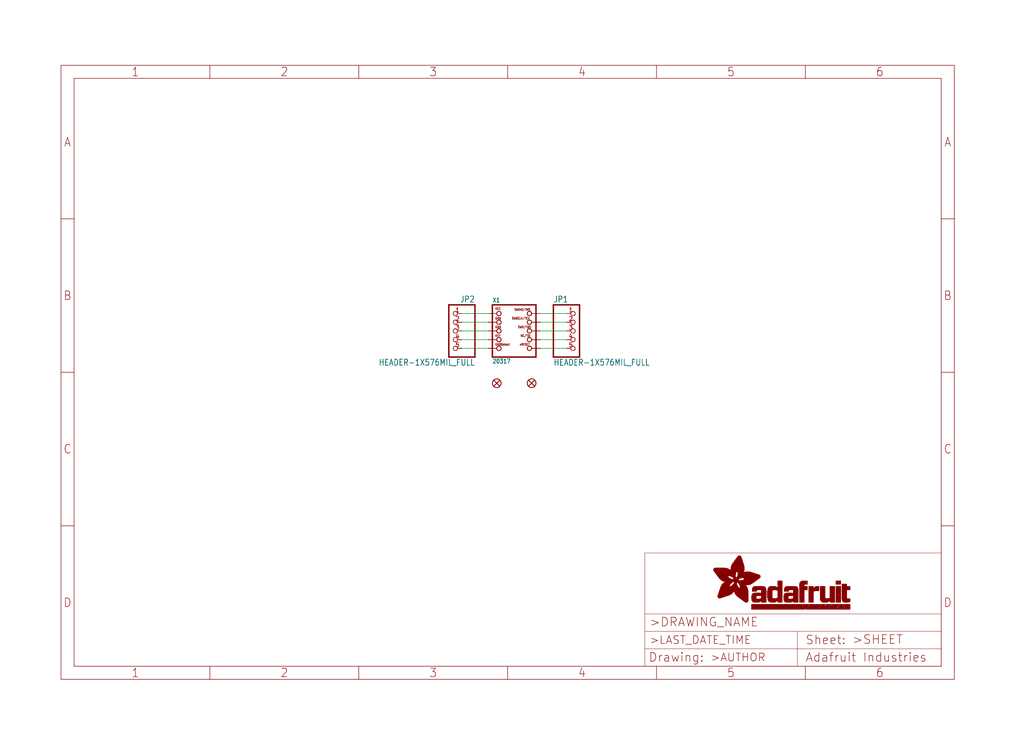
<source format=kicad_sch>
(kicad_sch (version 20211123) (generator eeschema)
  (paper "User" 298.45 217.881)
  (lib_symbols
    (symbol "schematicEagle-eagle-import:FIDUCIAL{dblquote}{dblquote}")
    (symbol "schematicEagle-eagle-import:FRAME_A4_ADAFRUIT"
      (symbol "FRAME_A4_ADAFRUIT_0_0"
        (text "1" (at 21.6958 1.905 0) (effects (font (size 2.54 2.286))))
        (text "1" (at 21.6958 177.165 0) (effects (font (size 2.54 2.286))))
        (text "2" (at 65.0875 1.905 0) (effects (font (size 2.54 2.286))))
        (text "2" (at 65.0875 177.165 0) (effects (font (size 2.54 2.286))))
        (text "3" (at 108.4792 1.905 0) (effects (font (size 2.54 2.286))))
        (text "3" (at 108.4792 177.165 0) (effects (font (size 2.54 2.286))))
        (text "4" (at 151.8708 1.905 0) (effects (font (size 2.54 2.286))))
        (text "4" (at 151.8708 177.165 0) (effects (font (size 2.54 2.286))))
        (text "5" (at 195.2625 1.905 0) (effects (font (size 2.54 2.286))))
        (text "5" (at 195.2625 177.165 0) (effects (font (size 2.54 2.286))))
        (text "6" (at 238.6542 1.905 0) (effects (font (size 2.54 2.286))))
        (text "6" (at 238.6542 177.165 0) (effects (font (size 2.54 2.286))))
        (text "A" (at 1.905 156.6863 0) (effects (font (size 2.54 2.286))))
        (text "A" (at 258.445 156.6863 0) (effects (font (size 2.54 2.286))))
        (text "B" (at 1.905 111.9188 0) (effects (font (size 2.54 2.286))))
        (text "B" (at 258.445 111.9188 0) (effects (font (size 2.54 2.286))))
        (text "C" (at 1.905 67.1513 0) (effects (font (size 2.54 2.286))))
        (text "C" (at 258.445 67.1513 0) (effects (font (size 2.54 2.286))))
        (text "D" (at 1.905 22.3838 0) (effects (font (size 2.54 2.286))))
        (text "D" (at 258.445 22.3838 0) (effects (font (size 2.54 2.286))))
      )
      (symbol "FRAME_A4_ADAFRUIT_1_0"
        (text ">AUTHOR" (at 189.23 5.08 0) (effects (font (size 2.286 2.286)) (justify left bottom)))
        (text ">DRAWING_NAME" (at 171.45 15.24 0) (effects (font (size 2.54 2.54)) (justify left bottom)))
        (text ">LAST_DATE_TIME" (at 171.45 10.16 0) (effects (font (size 2.286 2.286)) (justify left bottom)))
        (text ">SHEET" (at 230.505 10.16 0) (effects (font (size 2.54 2.54)) (justify left bottom)))
        (text "Adafruit Industries" (at 216.916 4.953 0) (effects (font (size 2.54 2.54)) (justify left bottom)))
        (text "Drawing:" (at 171.196 4.953 0) (effects (font (size 2.54 2.54)) (justify left bottom)))
        (text "Sheet:" (at 216.916 10.033 0) (effects (font (size 2.54 2.54)) (justify left bottom)))
      )
    )
    (symbol "schematicEagle-eagle-import:HEADER-1X576MIL_FULL"
      (property "Reference" "JP" (at -6.35 8.255 0))
      (property "Value" "HEADER-1X576MIL_FULL" (at -6.35 -10.16 0))
      (symbol "HEADER-1X576MIL_FULL_1_0"
        (pin passive inverted (at -2.54 5.08 0) (length 2.54) (name "1") (number "1"))
        (pin passive inverted (at -2.54 2.54 0) (length 2.54) (name "2") (number "2"))
        (pin passive inverted (at -2.54 0 0) (length 2.54) (name "3") (number "3"))
        (pin passive inverted (at -2.54 -2.54 0) (length 2.54) (name "4") (number "4"))
        (pin passive inverted (at -2.54 -5.08 0) (length 2.54) (name "5") (number "5"))
      )
    )
    (symbol "schematicEagle-eagle-import:JTAG-CORTEXBOXPOSTS"
      (property "Reference" "X" (at -6.35 8.255 0))
      (property "Value" "JTAG-CORTEXBOXPOSTS" (at -6.35 -9.525 0))
      (symbol "JTAG-CORTEXBOXPOSTS_1_0"
        (text "GND" (at -5.588 0.762 0) (effects (font (size 0.635 0.5397)) (justify left bottom)))
        (text "GND" (at -5.588 3.302 0) (effects (font (size 0.635 0.5397)) (justify left bottom)))
        (text "GNDDetect" (at -5.588 -4.318 0) (effects (font (size 0.635 0.5397)) (justify left bottom)))
        (text "KEY" (at -5.588 -1.778 0) (effects (font (size 0.635 0.5397)) (justify left bottom)))
        (text "NC/TDI" (at 1.778 -1.778 0) (effects (font (size 0.635 0.5397)) (justify left bottom)))
        (text "nRESET" (at 1.524 -4.318 0) (effects (font (size 0.635 0.5397)) (justify left bottom)))
        (text "SWDCLK/TCK" (at -0.762 3.302 0) (effects (font (size 0.635 0.5397)) (justify left bottom)))
        (text "SWDIO/TMS" (at 0 5.842 0) (effects (font (size 0.635 0.5397)) (justify left bottom)))
        (text "SWO/TDO" (at 1.016 0.762 0) (effects (font (size 0.635 0.5397)) (justify left bottom)))
        (text "VCC" (at -5.588 6.096 0) (effects (font (size 0.635 0.5397)) (justify left bottom)))
        (pin power_in line (at -7.62 5.08 0) (length 2.54) (name "VCC") (number "1"))
        (pin bidirectional line (at 7.62 -5.08 180) (length 2.54) (name "NRESET") (number "10"))
        (pin bidirectional line (at 7.62 5.08 180) (length 2.54) (name "SWDIO") (number "2"))
        (pin power_in line (at -7.62 2.54 0) (length 2.54) (name "GND@1") (number "3"))
        (pin bidirectional line (at 7.62 2.54 180) (length 2.54) (name "SWDCLK") (number "4"))
        (pin power_in line (at -7.62 0 0) (length 2.54) (name "GND@2") (number "5"))
        (pin bidirectional line (at 7.62 0 180) (length 2.54) (name "SWO") (number "6"))
        (pin bidirectional line (at -7.62 -2.54 0) (length 2.54) (name "KEY") (number "7"))
        (pin bidirectional line (at 7.62 -2.54 180) (length 2.54) (name "TDI") (number "8"))
        (pin bidirectional line (at -7.62 -5.08 0) (length 2.54) (name "GNDDETECT") (number "9"))
      )
    )
  )
  (wire (pts (xy 157.48 99.06) (xy 165.1 99.06)))
  (wire (pts (xy 157.48 96.52) (xy 165.1 96.52)))
  (wire (pts (xy 142.24 99.06) (xy 134.62 99.06)))
  (wire (pts (xy 157.48 101.6) (xy 165.1 101.6)))
  (wire (pts (xy 142.24 96.52) (xy 134.62 96.52)))
  (wire (pts (xy 157.48 91.44) (xy 165.1 91.44)))
  (wire (pts (xy 142.24 101.6) (xy 134.62 101.6)))
  (wire (pts (xy 142.24 93.98) (xy 134.62 93.98)))
  (wire (pts (xy 157.48 93.98) (xy 165.1 93.98)))
  (wire (pts (xy 142.24 91.44) (xy 134.62 91.44)))
  (symbol (lib_id "schematicEagle-eagle-import:FIDUCIAL{dblquote}{dblquote}") (at 144.78 111.76 0) (unit 1)
    (property "Reference" "FID1" (effects hide))
    (property "Value" "FIDUCIAL{dblquote}{dblquote}" (effects hide))
    (property "Footprint" "schematicEagle:FIDUCIAL_1MM" (effects hide))
  )
  (symbol (lib_id "schematicEagle-eagle-import:FIDUCIAL{dblquote}{dblquote}") (at 154.94 111.76 0) (unit 1)
    (property "Reference" "FID2" (effects hide))
    (property "Value" "FIDUCIAL{dblquote}{dblquote}" (effects hide))
    (property "Footprint" "schematicEagle:FIDUCIAL_1MM" (effects hide))
  )
  (symbol (lib_id "schematicEagle-eagle-import:FRAME_A4_ADAFRUIT") (at 17.78 198.12 0) (unit 1)
    (property "Reference" "#U$1" (effects hide))
    (property "Value" "FRAME_A4_ADAFRUIT" (effects hide))
    (property "Footprint" "schematicEagle:" (effects hide))
  )
  (symbol (lib_id "schematicEagle-eagle-import:HEADER-1X576MIL_FULL") (at 132.08 96.52 0) (mirror y) (unit 1)
    (property "Reference" "JP2" (at 138.43 88.265 0) (effects (font (size 1.778 1.5113)) (justify left bottom)))
    (property "Value" "HEADER-1X576MIL_FULL" (at 138.43 106.68 0) (effects (font (size 1.778 1.5113)) (justify left bottom)))
    (property "Footprint" "schematicEagle:1X05_ROUND_FULL_76" (effects hide))
  )
  (symbol (lib_id "schematicEagle-eagle-import:JTAG-CORTEXBOXPOSTS") (at 149.86 96.52 0) (unit 1)
    (property "Reference" "X1" (at 143.51 88.265 0) (effects (font (size 1.27 1.0795)) (justify left bottom)))
    (property "Value" "20317" (at 143.51 106.045 0) (effects (font (size 1.27 1.0795)) (justify left bottom)))
    (property "Footprint" "schematicEagle:2X05_1.27MM_BOX_POSTS" (effects hide))
  )
  (symbol (lib_id "schematicEagle-eagle-import:HEADER-1X576MIL_FULL") (at 167.64 96.52 0) (unit 1)
    (property "Reference" "JP1" (at 161.29 88.265 0) (effects (font (size 1.778 1.5113)) (justify left bottom)))
    (property "Value" "HEADER-1X576MIL_FULL" (at 161.29 106.68 0) (effects (font (size 1.778 1.5113)) (justify left bottom)))
    (property "Footprint" "schematicEagle:1X05_ROUND_FULL_76" (effects hide))
  )
)
</source>
